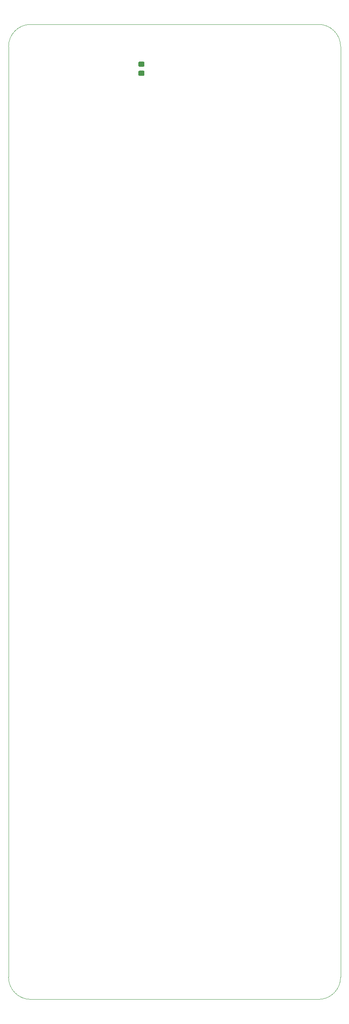
<source format=gbr>
G04 #@! TF.GenerationSoftware,KiCad,Pcbnew,6.0.10+dfsg-1~bpo11+1*
G04 #@! TF.ProjectId,ui,75692e6b-6963-4616-945f-706362585858,rev?*
G04 #@! TF.SameCoordinates,Original*
G04 #@! TF.FileFunction,Paste,Bot*
G04 #@! TF.FilePolarity,Positive*
%FSLAX46Y46*%
G04 Gerber Fmt 4.6, Leading zero omitted, Abs format (unit mm)*
%MOMM*%
%LPD*%
G01*
G04 APERTURE LIST*
G04 #@! TA.AperFunction,Profile*
%ADD10C,0.100000*%
G04 #@! TD*
G04 APERTURE END LIST*
D10*
X220000000Y-30000000D02*
X155000000Y-30000000D01*
X220000000Y-250000000D02*
G75*
G03*
X225000000Y-245000000I0J5000000D01*
G01*
X150000000Y-35000000D02*
X150000000Y-245000000D01*
X155000000Y-30000000D02*
G75*
G03*
X150000000Y-35000000I0J-5000000D01*
G01*
X225000000Y-35000000D02*
G75*
G03*
X220000000Y-30000000I-5000000J0D01*
G01*
X225000000Y-245000000D02*
X225000000Y-35000000D01*
X155000000Y-250000000D02*
X220000000Y-250000000D01*
X150000000Y-245000000D02*
G75*
G03*
X155000000Y-250000000I5000000J0D01*
G01*
G36*
G01*
X179550000Y-38400000D02*
X180450000Y-38400000D01*
G75*
G02*
X180700000Y-38650000I0J-250000D01*
G01*
X180700000Y-39300000D01*
G75*
G02*
X180450000Y-39550000I-250000J0D01*
G01*
X179550000Y-39550000D01*
G75*
G02*
X179300000Y-39300000I0J250000D01*
G01*
X179300000Y-38650000D01*
G75*
G02*
X179550000Y-38400000I250000J0D01*
G01*
G37*
G36*
G01*
X179550000Y-40450000D02*
X180450000Y-40450000D01*
G75*
G02*
X180700000Y-40700000I0J-250000D01*
G01*
X180700000Y-41350000D01*
G75*
G02*
X180450000Y-41600000I-250000J0D01*
G01*
X179550000Y-41600000D01*
G75*
G02*
X179300000Y-41350000I0J250000D01*
G01*
X179300000Y-40700000D01*
G75*
G02*
X179550000Y-40450000I250000J0D01*
G01*
G37*
M02*

</source>
